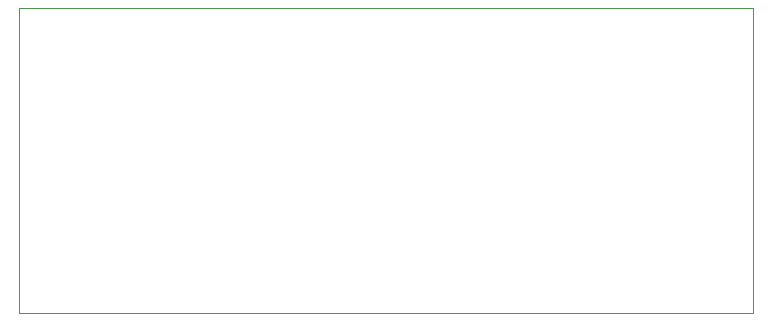
<source format=gbr>
%TF.GenerationSoftware,KiCad,Pcbnew,7.0.9*%
%TF.CreationDate,2024-10-04T13:57:54+02:00*%
%TF.ProjectId,espnow-sonda,6573706e-6f77-42d7-936f-6e64612e6b69,rev?*%
%TF.SameCoordinates,Original*%
%TF.FileFunction,Profile,NP*%
%FSLAX46Y46*%
G04 Gerber Fmt 4.6, Leading zero omitted, Abs format (unit mm)*
G04 Created by KiCad (PCBNEW 7.0.9) date 2024-10-04 13:57:54*
%MOMM*%
%LPD*%
G01*
G04 APERTURE LIST*
%TA.AperFunction,Profile*%
%ADD10C,0.100000*%
%TD*%
G04 APERTURE END LIST*
D10*
X46580000Y-40020000D02*
X108700000Y-40020000D01*
X108700000Y-65820000D01*
X46580000Y-65820000D01*
X46580000Y-40020000D01*
M02*

</source>
